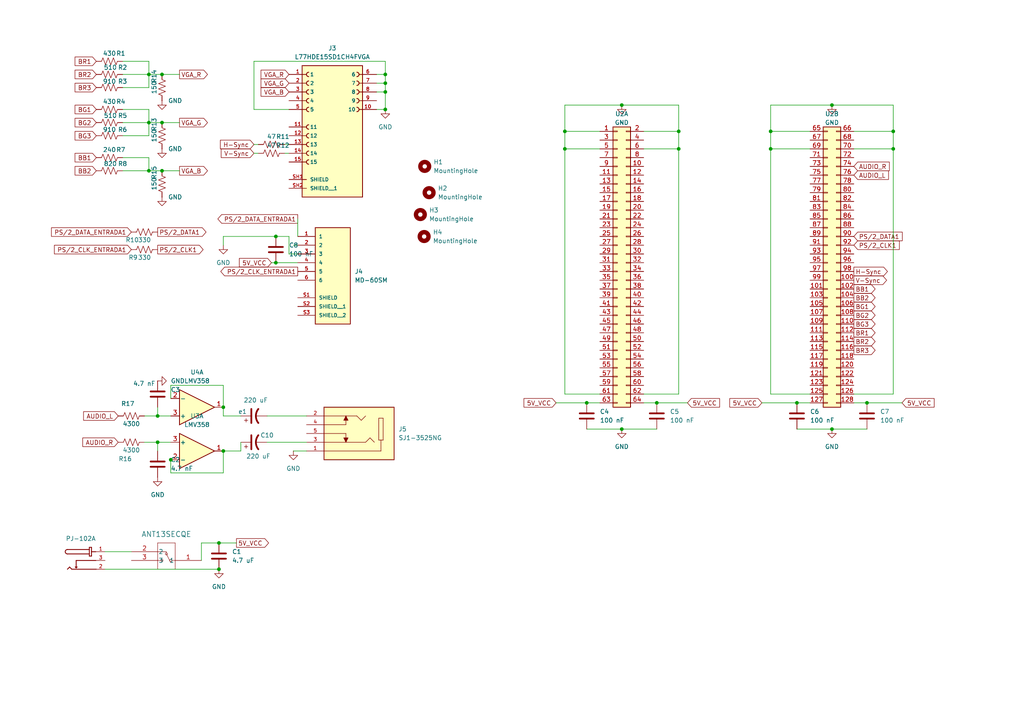
<source format=kicad_sch>
(kicad_sch (version 20231120) (generator "eeschema") (generator_version "8.0")
  (paper "A4")
  (lib_symbols
    (symbol "ANT13SEC1E:ANT13SECQE" (pin_names (offset 0.254))
      (property "Reference" "U" (at 10.16 7.62 0))
      (property "Value" "ANT13SECQE" (at 10.16 5.08 0))
      (symbol "ANT13SECQE_0_1"
        (pin unspecified line (at 0 0 0) (length 7.62) (name "1") (number "1"))
        (pin unspecified line (at 20.32 -2.54 180) (length 7.62) (name "2") (number "2"))
        (pin unspecified line (at 20.32 0 180) (length 7.62) (name "3") (number "3"))
      )
    )
    (symbol "Amplifier_Operational:LMV358" (pin_names (offset 0.127))
      (property "Reference" "U" (at 0 5.08 0))
      (property "Value" "LMV358" (at 0 -5.08 0))
      (symbol "LMV358_1_1"
        (pin output line (at 7.62 0 180) (length 2.54) (name "~") (number "1"))
        (pin input line (at -7.62 -2.54 0) (length 2.54) (name "-") (number "2"))
        (pin input line (at -7.62 2.54 0) (length 2.54) (name "+") (number "3"))
      )
      (symbol "LMV358_2_1"
        (pin input line (at -7.62 2.54 0) (length 2.54) (name "+") (number "5"))
        (pin input line (at -7.62 -2.54 0) (length 2.54) (name "-") (number "6"))
        (pin output line (at 7.62 0 180) (length 2.54) (name "~") (number "7"))
      )
      (symbol "LMV358_3_1"
        (pin power_in line (at -2.54 -7.62 90) (length 3.81) (name "V-") (number "4"))
        (pin power_in line (at -2.54 7.62 270) (length 3.81) (name "V+") (number "8"))
      )
    )
    (symbol "Device:C" (pin_numbers hide) (pin_names (offset 0.254))
      (property "Reference" "C" (at 0.635 2.54 0))
      (property "Value" "C" (at 0.635 -2.54 0))
      (symbol "C_1_1"
        (pin passive line (at 0 3.81 270) (length 2.794) (name "~") (number "1"))
        (pin passive line (at 0 -3.81 90) (length 2.794) (name "~") (number "2"))
      )
    )
    (symbol "Device:C_Polarized_US" (pin_numbers hide) (pin_names (offset 0.254) hide)
      (property "Reference" "C" (at 0.635 2.54 0))
      (property "Value" "C_Polarized_US" (at 0.635 -2.54 0))
      (symbol "C_Polarized_US_1_1"
        (pin passive line (at 0 3.81 270) (length 2.794) (name "~") (number "1"))
        (pin passive line (at 0 -3.81 90) (length 3.302) (name "~") (number "2"))
      )
    )
    (symbol "Device:R_US" (pin_numbers hide) (pin_names (offset 0))
      (property "Reference" "R" (at 2.54 0 90))
      (property "Value" "R_US" (at -2.54 0 90))
      (symbol "R_US_1_1"
        (pin passive line (at 0 3.81 270) (length 1.27) (name "~") (number "1"))
        (pin passive line (at 0 -3.81 90) (length 1.27) (name "~") (number "2"))
      )
    )
    (symbol "L77HDE15SD1CH4FVGA:L77HDE15SD1CH4FVGA" (pin_names (offset 1.016))
      (property "Reference" "J" (at -7.62 18.542 0))
      (property "Value" "L77HDE15SD1CH4FVGA" (at -7.62 -22.86 0))
      (symbol "L77HDE15SD1CH4FVGA_0_0"
        (pin passive line (at -12.7 15.24 0) (length 5.08) (name "1") (number "1"))
        (pin passive line (at 12.7 5.08 180) (length 5.08) (name "10") (number "10"))
        (pin passive line (at -12.7 0 0) (length 5.08) (name "11") (number "11"))
        (pin passive line (at -12.7 -2.54 0) (length 5.08) (name "12") (number "12"))
        (pin passive line (at -12.7 -5.08 0) (length 5.08) (name "13") (number "13"))
        (pin passive line (at -12.7 -7.62 0) (length 5.08) (name "14") (number "14"))
        (pin passive line (at -12.7 -10.16 0) (length 5.08) (name "15") (number "15"))
        (pin passive line (at -12.7 12.7 0) (length 5.08) (name "2") (number "2"))
        (pin passive line (at -12.7 10.16 0) (length 5.08) (name "3") (number "3"))
        (pin passive line (at -12.7 7.62 0) (length 5.08) (name "4") (number "4"))
        (pin passive line (at -12.7 5.08 0) (length 5.08) (name "5") (number "5"))
        (pin passive line (at 12.7 15.24 180) (length 5.08) (name "6") (number "6"))
        (pin passive line (at 12.7 12.7 180) (length 5.08) (name "7") (number "7"))
        (pin passive line (at 12.7 10.16 180) (length 5.08) (name "8") (number "8"))
        (pin passive line (at 12.7 7.62 180) (length 5.08) (name "9") (number "9"))
        (pin passive line (at -12.7 -15.24 0) (length 5.08) (name "SHIELD") (number "SH1"))
        (pin passive line (at -12.7 -17.78 0) (length 5.08) (name "SHIELD__1") (number "SH2"))
      )
    )
    (symbol "MD-60SM:MD-60SM" (pin_names (offset 1.016))
      (property "Reference" "J" (at -5.08 10.922 0))
      (property "Value" "MD-60SM" (at -5.08 -20.32 0))
      (symbol "MD-60SM_0_0"
        (pin passive line (at -10.16 7.62 0) (length 5.08) (name "1") (number "1"))
        (pin passive line (at -10.16 5.08 0) (length 5.08) (name "2") (number "2"))
        (pin passive line (at -10.16 2.54 0) (length 5.08) (name "3") (number "3"))
        (pin passive line (at -10.16 0 0) (length 5.08) (name "4") (number "4"))
        (pin passive line (at -10.16 -2.54 0) (length 5.08) (name "5") (number "5"))
        (pin passive line (at -10.16 -5.08 0) (length 5.08) (name "6") (number "6"))
        (pin passive line (at -10.16 -10.16 0) (length 5.08) (name "SHIELD") (number "S1"))
        (pin passive line (at -10.16 -12.7 0) (length 5.08) (name "SHIELD__1") (number "S2"))
        (pin passive line (at -10.16 -15.24 0) (length 5.08) (name "SHIELD__2") (number "S3"))
      )
    )
    (symbol "Mechanical:MountingHole" (pin_names (offset 1.016)) (exclude_from_sim yes) (in_bom no)
      (property "Reference" "H" (at 0 5.08 0))
      (property "Value" "MountingHole" (at 0 3.175 0))
    )
    (symbol "PJ-102A:PJ-102A" (pin_names (offset 1.016))
      (property "Reference" "J" (at -7.6333 3.0533 0))
      (property "Value" "PJ-102A" (at -7.6363 -10.1817 0))
      (symbol "PJ-102A_0_0"
        (pin power_in line (at 5.08 0 180) (length 2.54) (name "~") (number "1"))
        (pin power_in line (at 5.08 -5.08 180) (length 2.54) (name "~") (number "2"))
        (pin power_in line (at 5.08 -2.54 180) (length 2.54) (name "~") (number "3"))
      )
    )
    (symbol "SJ1-3525NG:SJ1-3525NG" (pin_names (offset 1.016))
      (property "Reference" "J" (at -10.1785 10.1785 0))
      (property "Value" "SJ1-3525NG" (at -10.1717 -12.7146 0))
      (symbol "SJ1-3525NG_0_0"
        (pin passive line (at 15.24 5.08 180) (length 5.08) (name "~") (number "1"))
        (pin passive line (at 15.24 -5.08 180) (length 5.08) (name "~") (number "2"))
        (pin passive line (at 15.24 2.54 180) (length 5.08) (name "~") (number "3"))
        (pin passive line (at 15.24 -2.54 180) (length 5.08) (name "~") (number "4"))
        (pin passive line (at 15.24 0 180) (length 5.08) (name "~") (number "5"))
      )
    )
    (symbol "TCC_LB:PlacaFpgaTri"
      (property "Reference" "U" (at 0 0 0))
      (symbol "PlacaFpgaTri_1_1"
        (pin passive line (at -3.81 -11.43 0) (length 3.81) (name "") (number "1"))
        (pin passive line (at 8.89 -21.59 180) (length 3.81) (name "") (number "10"))
        (pin passive line (at -3.81 -24.13 0) (length 3.81) (name "") (number "11"))
        (pin passive line (at 8.89 -24.13 180) (length 3.81) (name "") (number "12"))
        (pin passive line (at -3.81 -26.67 0) (length 3.81) (name "") (number "13"))
        (pin passive line (at 8.89 -26.67 180) (length 3.81) (name "") (number "14"))
        (pin passive line (at -3.81 -29.21 0) (length 3.81) (name "") (number "15"))
        (pin passive line (at 8.89 -29.21 180) (length 3.81) (name "") (number "16"))
        (pin passive line (at -3.81 -31.75 0) (length 3.81) (name "") (number "17"))
        (pin passive line (at 8.89 -31.75 180) (length 3.81) (name "") (number "18"))
        (pin passive line (at -3.81 -34.29 0) (length 3.81) (name "") (number "19"))
        (pin passive line (at 8.89 -11.43 180) (length 3.81) (name "") (number "2"))
        (pin passive line (at 8.89 -34.29 180) (length 3.81) (name "") (number "20"))
        (pin passive line (at -3.81 -36.83 0) (length 3.81) (name "") (number "21"))
        (pin passive line (at 8.89 -36.83 180) (length 3.81) (name "") (number "22"))
        (pin passive line (at -3.81 -39.37 0) (length 3.81) (name "") (number "23"))
        (pin passive line (at 8.89 -39.37 180) (length 3.81) (name "") (number "24"))
        (pin passive line (at -3.81 -41.91 0) (length 3.81) (name "") (number "25"))
        (pin passive line (at 8.89 -41.91 180) (length 3.81) (name "") (number "26"))
        (pin passive line (at -3.81 -44.45 0) (length 3.81) (name "") (number "27"))
        (pin passive line (at 8.89 -44.45 180) (length 3.81) (name "") (number "28"))
        (pin passive line (at -3.81 -46.99 0) (length 3.81) (name "") (number "29"))
        (pin passive line (at -3.81 -13.97 0) (length 3.81) (name "") (number "3"))
        (pin passive line (at 8.89 -46.99 180) (length 3.81) (name "") (number "30"))
        (pin passive line (at -3.81 -49.53 0) (length 3.81) (name "") (number "31"))
        (pin passive line (at 8.89 -49.53 180) (length 3.81) (name "") (number "32"))
        (pin passive line (at -3.81 -52.07 0) (length 3.81) (name "") (number "33"))
        (pin passive line (at 8.89 -52.07 180) (length 3.81) (name "") (number "34"))
        (pin passive line (at -3.81 -54.61 0) (length 3.81) (name "") (number "35"))
        (pin passive line (at 8.89 -54.61 180) (length 3.81) (name "") (number "36"))
        (pin passive line (at -3.81 -57.15 0) (length 3.81) (name "") (number "37"))
        (pin passive line (at 8.89 -57.15 180) (length 3.81) (name "") (number "38"))
        (pin passive line (at -3.81 -59.69 0) (length 3.81) (name "") (number "39"))
        (pin passive line (at 8.89 -13.97 180) (length 3.81) (name "") (number "4"))
        (pin passive line (at 8.89 -59.69 180) (length 3.81) (name "") (number "40"))
        (pin passive line (at -3.81 -62.23 0) (length 3.81) (name "") (number "41"))
        (pin passive line (at 8.89 -62.23 180) (length 3.81) (name "") (number "42"))
        (pin passive line (at -3.81 -64.77 0) (length 3.81) (name "") (number "43"))
        (pin passive line (at 8.89 -64.77 180) (length 3.81) (name "") (number "44"))
        (pin passive line (at -3.81 -67.31 0) (length 3.81) (name "") (number "45"))
        (pin passive line (at 8.89 -67.31 180) (length 3.81) (name "") (number "46"))
        (pin passive line (at -3.81 -69.85 0) (length 3.81) (name "") (number "47"))
        (pin passive line (at 8.89 -69.85 180) (length 3.81) (name "") (number "48"))
        (pin passive line (at -3.81 -72.39 0) (length 3.81) (name "") (number "49"))
        (pin passive line (at -3.81 -16.51 0) (length 3.81) (name "") (number "5"))
        (pin passive line (at 8.89 -72.39 180) (length 3.81) (name "") (number "50"))
        (pin passive line (at -3.81 -74.93 0) (length 3.81) (name "") (number "51"))
        (pin passive line (at 8.89 -74.93 180) (length 3.81) (name "") (number "52"))
        (pin passive line (at -3.81 -77.47 0) (length 3.81) (name "") (number "53"))
        (pin passive line (at 8.89 -77.47 180) (length 3.81) (name "") (number "54"))
        (pin passive line (at -3.81 -80.01 0) (length 3.81) (name "") (number "55"))
        (pin passive line (at 8.89 -80.01 180) (length 3.81) (name "") (number "56"))
        (pin passive line (at -3.81 -82.55 0) (length 3.81) (name "") (number "57"))
        (pin passive line (at 8.89 -82.55 180) (length 3.81) (name "") (number "58"))
        (pin passive line (at -3.81 -85.09 0) (length 3.81) (name "") (number "59"))
        (pin passive line (at 8.89 -16.51 180) (length 3.81) (name "") (number "6"))
        (pin passive line (at 8.89 -85.09 180) (length 3.81) (name "") (number "60"))
        (pin passive line (at -3.81 -87.63 0) (length 3.81) (name "") (number "61"))
        (pin passive line (at 8.89 -87.63 180) (length 3.81) (name "") (number "62"))
        (pin passive line (at -3.81 -90.17 0) (length 3.81) (name "") (number "63"))
        (pin passive line (at 8.89 -90.17 180) (length 3.81) (name "") (number "64"))
        (pin passive line (at -3.81 -19.05 0) (length 3.81) (name "") (number "7"))
        (pin passive line (at 8.89 -19.05 180) (length 3.81) (name "") (number "8"))
        (pin passive line (at -3.81 -21.59 0) (length 3.81) (name "") (number "9"))
      )
      (symbol "PlacaFpgaTri_2_1"
        (pin passive line (at 52.07 -54.61 180) (length 3.81) (name "") (number "100"))
        (pin passive line (at 39.37 -57.15 0) (length 3.81) (name "") (number "101"))
        (pin passive line (at 52.07 -57.15 180) (length 3.81) (name "") (number "102"))
        (pin passive line (at 39.37 -59.69 0) (length 3.81) (name "") (number "103"))
        (pin passive line (at 52.07 -59.69 180) (length 3.81) (name "") (number "104"))
        (pin passive line (at 39.37 -62.23 0) (length 3.81) (name "") (number "105"))
        (pin passive line (at 52.07 -62.23 180) (length 3.81) (name "") (number "106"))
        (pin passive line (at 39.37 -64.77 0) (length 3.81) (name "") (number "107"))
        (pin passive line (at 52.07 -64.77 180) (length 3.81) (name "") (number "108"))
        (pin passive line (at 39.37 -67.31 0) (length 3.81) (name "") (number "109"))
        (pin passive line (at 52.07 -67.31 180) (length 3.81) (name "") (number "110"))
        (pin passive line (at 39.37 -69.85 0) (length 3.81) (name "") (number "111"))
        (pin passive line (at 52.07 -69.85 180) (length 3.81) (name "") (number "112"))
        (pin passive line (at 39.37 -72.39 0) (length 3.81) (name "") (number "113"))
        (pin passive line (at 52.07 -72.39 180) (length 3.81) (name "") (number "114"))
        (pin passive line (at 39.37 -74.93 0) (length 3.81) (name "") (number "115"))
        (pin passive line (at 52.07 -74.93 180) (length 3.81) (name "") (number "116"))
        (pin passive line (at 39.37 -77.47 0) (length 3.81) (name "") (number "117"))
        (pin passive line (at 52.07 -77.47 180) (length 3.81) (name "") (number "118"))
        (pin passive line (at 39.37 -80.01 0) (length 3.81) (name "") (number "119"))
        (pin passive line (at 52.07 -80.01 180) (length 3.81) (name "") (number "120"))
        (pin passive line (at 39.37 -82.55 0) (length 3.81) (name "") (number "121"))
        (pin passive line (at 52.07 -82.55 180) (length 3.81) (name "") (number "122"))
        (pin passive line (at 39.37 -85.09 0) (length 3.81) (name "") (number "123"))
        (pin passive line (at 52.07 -85.09 180) (length 3.81) (name "") (number "124"))
        (pin passive line (at 39.37 -87.63 0) (length 3.81) (name "") (number "125"))
        (pin passive line (at 52.07 -87.63 180) (length 3.81) (name "") (number "126"))
        (pin passive line (at 39.37 -90.17 0) (length 3.81) (name "") (number "127"))
        (pin passive line (at 52.07 -90.17 180) (length 3.81) (name "") (number "128"))
        (pin passive line (at 39.37 -11.43 0) (length 3.81) (name "") (number "65"))
        (pin passive line (at 52.07 -11.43 180) (length 3.81) (name "") (number "66"))
        (pin passive line (at 39.37 -13.97 0) (length 3.81) (name "") (number "67"))
        (pin passive line (at 52.07 -13.97 180) (length 3.81) (name "") (number "68"))
        (pin passive line (at 39.37 -16.51 0) (length 3.81) (name "") (number "69"))
        (pin passive line (at 52.07 -16.51 180) (length 3.81) (name "") (number "70"))
        (pin passive line (at 39.37 -19.05 0) (length 3.81) (name "") (number "71"))
        (pin passive line (at 52.07 -19.05 180) (length 3.81) (name "") (number "72"))
        (pin passive line (at 39.37 -21.59 0) (length 3.81) (name "") (number "73"))
        (pin passive line (at 52.07 -21.59 180) (length 3.81) (name "") (number "74"))
        (pin passive line (at 39.37 -24.13 0) (length 3.81) (name "") (number "75"))
        (pin passive line (at 52.07 -24.13 180) (length 3.81) (name "") (number "76"))
        (pin passive line (at 39.37 -26.67 0) (length 3.81) (name "") (number "77"))
        (pin passive line (at 52.07 -26.67 180) (length 3.81) (name "") (number "78"))
        (pin passive line (at 39.37 -29.21 0) (length 3.81) (name "") (number "79"))
        (pin passive line (at 52.07 -29.21 180) (length 3.81) (name "") (number "80"))
        (pin passive line (at 39.37 -31.75 0) (length 3.81) (name "") (number "81"))
        (pin passive line (at 52.07 -31.75 180) (length 3.81) (name "") (number "82"))
        (pin passive line (at 39.37 -34.29 0) (length 3.81) (name "") (number "83"))
        (pin passive line (at 52.07 -34.29 180) (length 3.81) (name "") (number "84"))
        (pin passive line (at 39.37 -36.83 0) (length 3.81) (name "") (number "85"))
        (pin passive line (at 52.07 -36.83 180) (length 3.81) (name "") (number "86"))
        (pin passive line (at 39.37 -39.37 0) (length 3.81) (name "") (number "87"))
        (pin passive line (at 52.07 -39.37 180) (length 3.81) (name "") (number "88"))
        (pin passive line (at 39.37 -41.91 0) (length 3.81) (name "") (number "89"))
        (pin passive line (at 52.07 -41.91 180) (length 3.81) (name "") (number "90"))
        (pin passive line (at 39.37 -44.45 0) (length 3.81) (name "") (number "91"))
        (pin passive line (at 52.07 -44.45 180) (length 3.81) (name "") (number "92"))
        (pin passive line (at 39.37 -46.99 0) (length 3.81) (name "") (number "93"))
        (pin passive line (at 52.07 -46.99 180) (length 3.81) (name "") (number "94"))
        (pin passive line (at 39.37 -49.53 0) (length 3.81) (name "") (number "95"))
        (pin passive line (at 52.07 -49.53 180) (length 3.81) (name "") (number "96"))
        (pin passive line (at 39.37 -52.07 0) (length 3.81) (name "") (number "97"))
        (pin passive line (at 52.07 -52.07 180) (length 3.81) (name "") (number "98"))
        (pin passive line (at 39.37 -54.61 0) (length 3.81) (name "") (number "99"))
      )
      (symbol "PlacaFpgaTri_3_1"
        (pin passive line (at 19.05 -8.89 90) (length 3.81) (name "") (number "201"))
        (pin passive line (at 19.05 3.81 270) (length 3.81) (name "") (number "202"))
        (pin passive line (at 21.59 -8.89 90) (length 3.81) (name "") (number "203"))
        (pin passive line (at 21.59 3.81 270) (length 3.81) (name "") (number "204"))
        (pin passive line (at 24.13 -8.89 90) (length 3.81) (name "") (number "205"))
        (pin passive line (at 24.13 3.81 270) (length 3.81) (name "") (number "206"))
        (pin passive line (at 26.67 -8.89 90) (length 3.81) (name "") (number "207"))
        (pin passive line (at 26.67 3.81 270) (length 3.81) (name "") (number "208"))
        (pin passive line (at 29.21 -8.89 90) (length 3.81) (name "") (number "209"))
        (pin passive line (at 29.21 3.81 270) (length 3.81) (name "") (number "210"))
      )
    )
    (symbol "power:GND" (power) (pin_numbers hide) (pin_names (offset 0) hide)
      (property "Value" "GND" (at 0 -3.81 0))
      (symbol "GND_1_1"
        (pin power_in line (at 0 0 270) (length 0) (name "~") (number "1"))
      )
    )
  )
  (junction (at 43.18 21.59))
  (junction (at 43.18 49.53))
  (junction (at 170.18 116.84))
  (junction (at 43.18 35.56))
  (junction (at 111.76 21.59))
  (junction (at 46.99 35.56))
  (junction (at 63.5 157.48))
  (junction (at 180.34 30.48))
  (junction (at 46.99 49.53))
  (junction (at 223.52 38.1))
  (junction (at 64.77 118.11))
  (junction (at 196.85 38.1))
  (junction (at 190.5 116.84))
  (junction (at 259.08 38.1))
  (junction (at 111.76 31.75))
  (junction (at 46.99 21.59))
  (junction (at 45.72 120.65))
  (junction (at 45.72 128.27))
  (junction (at 180.34 124.46))
  (junction (at 163.83 43.18))
  (junction (at 111.76 24.13))
  (junction (at 80.01 76.2))
  (junction (at 196.85 43.18))
  (junction (at 241.3 30.48))
  (junction (at 64.77 130.81))
  (junction (at 241.3 124.46))
  (junction (at 163.83 38.1))
  (junction (at 49.53 133.35))
  (junction (at 80.01 68.58))
  (junction (at 111.76 26.67))
  (junction (at 259.08 43.18))
  (junction (at 251.46 116.84))
  (junction (at 231.14 116.84))
  (junction (at 63.5 165.1))
  (junction (at 223.52 43.18))
  (wire (pts (xy 43.18 31.75) (xy 43.18 35.56)))
  (wire (pts (xy 43.18 35.56) (xy 35.56 35.56)))
  (wire (pts (xy 186.69 114.3) (xy 196.85 114.3)))
  (wire (pts (xy 64.77 120.65) (xy 69.85 120.65)))
  (wire (pts (xy 35.56 25.4) (xy 43.18 25.4)))
  (wire (pts (xy 199.39 116.84) (xy 190.5 116.84)))
  (wire (pts (xy 50.8 133.35) (xy 49.53 133.35)))
  (wire (pts (xy 241.3 124.46) (xy 251.46 124.46)))
  (wire (pts (xy 64.77 118.11) (xy 64.77 120.65)))
  (wire (pts (xy 43.18 39.37) (xy 43.18 35.56)))
  (wire (pts (xy 259.08 114.3) (xy 247.65 114.3)))
  (wire (pts (xy 80.01 76.2) (xy 86.36 76.2)))
  (wire (pts (xy 64.77 137.16) (xy 64.77 130.81)))
  (wire (pts (xy 45.72 128.27) (xy 45.72 130.81)))
  (wire (pts (xy 223.52 43.18) (xy 223.52 114.3)))
  (wire (pts (xy 111.76 24.13) (xy 109.22 24.13)))
  (wire (pts (xy 196.85 43.18) (xy 196.85 38.1)))
  (wire (pts (xy 45.72 120.65) (xy 49.53 120.65)))
  (wire (pts (xy 35.56 31.75) (xy 43.18 31.75)))
  (wire (pts (xy 111.76 26.67) (xy 109.22 26.67)))
  (wire (pts (xy 30.48 165.1) (xy 63.5 165.1)))
  (wire (pts (xy 73.66 41.91) (xy 74.93 41.91)))
  (wire (pts (xy 45.72 118.11) (xy 45.72 120.65)))
  (wire (pts (xy 58.42 162.56) (xy 58.42 157.48)))
  (wire (pts (xy 231.14 116.84) (xy 234.95 116.84)))
  (wire (pts (xy 223.52 43.18) (xy 234.95 43.18)))
  (wire (pts (xy 163.83 30.48) (xy 180.34 30.48)))
  (wire (pts (xy 73.66 44.45) (xy 74.93 44.45)))
  (wire (pts (xy 86.36 73.66) (xy 83.82 73.66)))
  (wire (pts (xy 223.52 38.1) (xy 223.52 30.48)))
  (wire (pts (xy 46.99 21.59) (xy 52.07 21.59)))
  (wire (pts (xy 35.56 45.72) (xy 43.18 45.72)))
  (wire (pts (xy 173.99 114.3) (xy 163.83 114.3)))
  (wire (pts (xy 259.08 30.48) (xy 259.08 38.1)))
  (wire (pts (xy 43.18 49.53) (xy 46.99 49.53)))
  (wire (pts (xy 251.46 116.84) (xy 247.65 116.84)))
  (wire (pts (xy 85.09 71.12) (xy 86.36 71.12)))
  (wire (pts (xy 43.18 35.56) (xy 46.99 35.56)))
  (wire (pts (xy 43.18 21.59) (xy 35.56 21.59)))
  (wire (pts (xy 111.76 31.75) (xy 111.76 26.67)))
  (wire (pts (xy 43.18 25.4) (xy 43.18 21.59)))
  (wire (pts (xy 83.82 31.75) (xy 73.66 31.75)))
  (wire (pts (xy 41.91 120.65) (xy 45.72 120.65)))
  (wire (pts (xy 83.82 68.58) (xy 80.01 68.58)))
  (wire (pts (xy 170.18 116.84) (xy 173.99 116.84)))
  (wire (pts (xy 41.91 128.27) (xy 45.72 128.27)))
  (wire (pts (xy 73.66 31.75) (xy 73.66 17.78)))
  (wire (pts (xy 247.65 43.18) (xy 259.08 43.18)))
  (wire (pts (xy 77.47 120.65) (xy 88.9 120.65)))
  (wire (pts (xy 64.77 68.58) (xy 80.01 68.58)))
  (wire (pts (xy 64.77 130.81) (xy 69.85 130.81)))
  (wire (pts (xy 49.53 115.57) (xy 49.53 111.76)))
  (wire (pts (xy 58.42 157.48) (xy 63.5 157.48)))
  (wire (pts (xy 196.85 30.48) (xy 196.85 38.1)))
  (wire (pts (xy 170.18 124.46) (xy 180.34 124.46)))
  (wire (pts (xy 163.83 38.1) (xy 163.83 30.48)))
  (wire (pts (xy 43.18 17.78) (xy 43.18 21.59)))
  (wire (pts (xy 111.76 21.59) (xy 109.22 21.59)))
  (wire (pts (xy 259.08 43.18) (xy 259.08 114.3)))
  (wire (pts (xy 180.34 30.48) (xy 196.85 30.48)))
  (wire (pts (xy 196.85 114.3) (xy 196.85 43.18)))
  (wire (pts (xy 83.82 73.66) (xy 83.82 68.58)))
  (wire (pts (xy 43.18 49.53) (xy 35.56 49.53)))
  (wire (pts (xy 49.53 133.35) (xy 49.53 137.16)))
  (wire (pts (xy 35.56 17.78) (xy 43.18 17.78)))
  (wire (pts (xy 190.5 116.84) (xy 186.69 116.84)))
  (wire (pts (xy 223.52 38.1) (xy 234.95 38.1)))
  (wire (pts (xy 223.52 30.48) (xy 241.3 30.48)))
  (wire (pts (xy 88.9 130.81) (xy 85.09 130.81)))
  (wire (pts (xy 30.48 160.02) (xy 38.1 160.02)))
  (wire (pts (xy 111.76 21.59) (xy 111.76 24.13)))
  (wire (pts (xy 223.52 38.1) (xy 223.52 43.18)))
  (wire (pts (xy 78.74 76.2) (xy 80.01 76.2)))
  (wire (pts (xy 43.18 21.59) (xy 46.99 21.59)))
  (wire (pts (xy 109.22 31.75) (xy 111.76 31.75)))
  (wire (pts (xy 46.99 35.56) (xy 52.07 35.56)))
  (wire (pts (xy 82.55 44.45) (xy 83.82 44.45)))
  (wire (pts (xy 45.72 128.27) (xy 49.53 128.27)))
  (wire (pts (xy 49.53 111.76) (xy 64.77 111.76)))
  (wire (pts (xy 43.18 45.72) (xy 43.18 49.53)))
  (wire (pts (xy 220.98 116.84) (xy 231.14 116.84)))
  (wire (pts (xy 259.08 38.1) (xy 259.08 43.18)))
  (wire (pts (xy 234.95 114.3) (xy 223.52 114.3)))
  (wire (pts (xy 163.83 43.18) (xy 163.83 38.1)))
  (wire (pts (xy 163.83 38.1) (xy 173.99 38.1)))
  (wire (pts (xy 180.34 124.46) (xy 190.5 124.46)))
  (wire (pts (xy 161.29 116.84) (xy 170.18 116.84)))
  (wire (pts (xy 196.85 43.18) (xy 186.69 43.18)))
  (wire (pts (xy 64.77 68.58) (xy 64.77 71.12)))
  (wire (pts (xy 49.53 137.16) (xy 64.77 137.16)))
  (wire (pts (xy 82.55 41.91) (xy 83.82 41.91)))
  (wire (pts (xy 261.62 116.84) (xy 251.46 116.84)))
  (wire (pts (xy 196.85 38.1) (xy 186.69 38.1)))
  (wire (pts (xy 163.83 114.3) (xy 163.83 43.18)))
  (wire (pts (xy 73.66 17.78) (xy 111.76 17.78)))
  (wire (pts (xy 241.3 30.48) (xy 259.08 30.48)))
  (wire (pts (xy 86.36 63.5) (xy 86.36 68.58)))
  (wire (pts (xy 247.65 38.1) (xy 259.08 38.1)))
  (wire (pts (xy 231.14 124.46) (xy 241.3 124.46)))
  (wire (pts (xy 46.99 49.53) (xy 52.07 49.53)))
  (wire (pts (xy 111.76 17.78) (xy 111.76 21.59)))
  (wire (pts (xy 163.83 43.18) (xy 173.99 43.18)))
  (wire (pts (xy 69.85 130.81) (xy 69.85 128.27)))
  (wire (pts (xy 35.56 39.37) (xy 43.18 39.37)))
  (wire (pts (xy 111.76 24.13) (xy 111.76 26.67)))
  (wire (pts (xy 77.47 128.27) (xy 88.9 128.27)))
  (wire (pts (xy 64.77 111.76) (xy 64.77 118.11)))
  (wire (pts (xy 63.5 157.48) (xy 68.58 157.48)))
  (global_label "VGA_G" (shape output) (at 52.07 35.56 0) (property "Intersheetrefs" "${INTERSHEET_REFS}" (effects (hide yes))))
  (global_label "5V_VCC" (shape input) (at 220.98 116.84 180) (property "Intersheetrefs" "${INTERSHEET_REFS}" (effects (hide yes))))
  (global_label "5V_VCC" (shape input) (at 199.39 116.84 0) (property "Intersheetrefs" "${INTERSHEET_REFS}" (effects (hide yes))))
  (global_label "5V_VCC" (shape output) (at 68.58 157.48 0) (property "Intersheetrefs" "${INTERSHEET_REFS}" (effects (hide yes))))
  (global_label "PS{slash}2_CLK1" (shape input) (at 247.65 71.12 0) (property "Intersheetrefs" "${INTERSHEET_REFS}" (effects (hide yes))))
  (global_label "PS{slash}2_DATA1" (shape output) (at 45.72 67.31 0) (property "Intersheetrefs" "${INTERSHEET_REFS}" (effects (hide yes))))
  (global_label "BR3" (shape output) (at 247.65 101.6 0) (property "Intersheetrefs" "${INTERSHEET_REFS}" (effects (hide yes))))
  (global_label "VGA_B" (shape output) (at 52.07 49.53 0) (property "Intersheetrefs" "${INTERSHEET_REFS}" (effects (hide yes))))
  (global_label "PS{slash}2_DATA_ENTRADA1" (shape input) (at 38.1 67.31 180) (property "Intersheetrefs" "${INTERSHEET_REFS}" (effects (hide yes))))
  (global_label "BB2" (shape input) (at 27.94 49.53 180) (property "Intersheetrefs" "${INTERSHEET_REFS}" (effects (hide yes))))
  (global_label "PS{slash}2_CLK1" (shape output) (at 45.72 72.39 0) (property "Intersheetrefs" "${INTERSHEET_REFS}" (effects (hide yes))))
  (global_label "VGA_G" (shape input) (at 83.82 24.13 180) (property "Intersheetrefs" "${INTERSHEET_REFS}" (effects (hide yes))))
  (global_label "AUDIO_R" (shape input) (at 247.65 48.26 0) (property "Intersheetrefs" "${INTERSHEET_REFS}" (effects (hide yes))))
  (global_label "BB2" (shape output) (at 247.65 86.36 0) (property "Intersheetrefs" "${INTERSHEET_REFS}" (effects (hide yes))))
  (global_label "5V_VCC" (shape input) (at 161.29 116.84 180) (property "Intersheetrefs" "${INTERSHEET_REFS}" (effects (hide yes))))
  (global_label "BR2" (shape output) (at 247.65 99.06 0) (property "Intersheetrefs" "${INTERSHEET_REFS}" (effects (hide yes))))
  (global_label "5V_VCC" (shape input) (at 78.74 76.2 180) (property "Intersheetrefs" "${INTERSHEET_REFS}" (effects (hide yes))))
  (global_label "BG1" (shape output) (at 247.65 88.9 0) (property "Intersheetrefs" "${INTERSHEET_REFS}" (effects (hide yes))))
  (global_label "AUDIO_L" (shape input) (at 34.29 120.65 180) (property "Intersheetrefs" "${INTERSHEET_REFS}" (effects (hide yes))))
  (global_label "V-Sync" (shape input) (at 73.66 44.45 180) (property "Intersheetrefs" "${INTERSHEET_REFS}" (effects (hide yes))))
  (global_label "BR2" (shape input) (at 27.94 21.59 180) (property "Intersheetrefs" "${INTERSHEET_REFS}" (effects (hide yes))))
  (global_label "BB1" (shape input) (at 27.94 45.72 180) (property "Intersheetrefs" "${INTERSHEET_REFS}" (effects (hide yes))))
  (global_label "BG1" (shape input) (at 27.94 31.75 180) (property "Intersheetrefs" "${INTERSHEET_REFS}" (effects (hide yes))))
  (global_label "H-Sync" (shape output) (at 247.65 78.74 0) (property "Intersheetrefs" "${INTERSHEET_REFS}" (effects (hide yes))))
  (global_label "VGA_B" (shape input) (at 83.82 26.67 180) (property "Intersheetrefs" "${INTERSHEET_REFS}" (effects (hide yes))))
  (global_label "VGA_R" (shape output) (at 52.07 21.59 0) (property "Intersheetrefs" "${INTERSHEET_REFS}" (effects (hide yes))))
  (global_label "BR1" (shape input) (at 27.94 17.78 180) (property "Intersheetrefs" "${INTERSHEET_REFS}" (effects (hide yes))))
  (global_label "AUDIO_R" (shape input) (at 34.29 128.27 180) (property "Intersheetrefs" "${INTERSHEET_REFS}" (effects (hide yes))))
  (global_label "BB1" (shape output) (at 247.65 83.82 0) (property "Intersheetrefs" "${INTERSHEET_REFS}" (effects (hide yes))))
  (global_label "BG2" (shape input) (at 27.94 35.56 180) (property "Intersheetrefs" "${INTERSHEET_REFS}" (effects (hide yes))))
  (global_label "5V_VCC" (shape input) (at 261.62 116.84 0) (property "Intersheetrefs" "${INTERSHEET_REFS}" (effects (hide yes))))
  (global_label "V-Sync" (shape output) (at 247.65 81.28 0) (property "Intersheetrefs" "${INTERSHEET_REFS}" (effects (hide yes))))
  (global_label "H-Sync" (shape input) (at 73.66 41.91 180) (property "Intersheetrefs" "${INTERSHEET_REFS}" (effects (hide yes))))
  (global_label "AUDIO_L" (shape input) (at 247.65 50.8 0) (property "Intersheetrefs" "${INTERSHEET_REFS}" (effects (hide yes))))
  (global_label "PS{slash}2_DATA1" (shape input) (at 247.65 68.58 0) (property "Intersheetrefs" "${INTERSHEET_REFS}" (effects (hide yes))))
  (global_label "PS{slash}2_CLK_ENTRADA1" (shape output) (at 86.36 78.74 180) (property "Intersheetrefs" "${INTERSHEET_REFS}" (effects (hide yes))))
  (global_label "BG3" (shape input) (at 27.94 39.37 180) (property "Intersheetrefs" "${INTERSHEET_REFS}" (effects (hide yes))))
  (global_label "PS{slash}2_CLK_ENTRADA1" (shape input) (at 38.1 72.39 180) (property "Intersheetrefs" "${INTERSHEET_REFS}" (effects (hide yes))))
  (global_label "VGA_R" (shape input) (at 83.82 21.59 180) (property "Intersheetrefs" "${INTERSHEET_REFS}" (effects (hide yes))))
  (global_label "BG3" (shape output) (at 247.65 93.98 0) (property "Intersheetrefs" "${INTERSHEET_REFS}" (effects (hide yes))))
  (global_label "BR3" (shape input) (at 27.94 25.4 180) (property "Intersheetrefs" "${INTERSHEET_REFS}" (effects (hide yes))))
  (global_label "BG2" (shape output) (at 247.65 91.44 0) (property "Intersheetrefs" "${INTERSHEET_REFS}" (effects (hide yes))))
  (global_label "BR1" (shape output) (at 247.65 96.52 0) (property "Intersheetrefs" "${INTERSHEET_REFS}" (effects (hide yes))))
  (global_label "PS{slash}2_DATA_ENTRADA1" (shape output) (at 86.36 63.5 180) (property "Intersheetrefs" "${INTERSHEET_REFS}" (effects (hide yes))))
  (symbol (lib_id "Amplifier_Operational:LMV358") (at 57.15 118.11 0) (mirror x) (unit 1)
    (property "Reference" "U4" (at 57.15 107.95 0))
    (property "Value" "LMV358" (at 57.15 110.49 0))
    (property "Datasheet" "http://www.ti.com/lit/ds/symlink/lmv324.pdf" (effects (hide yes)))
    (property "Description" "Dual Low-Voltage Rail-to-Rail Output Operational Amplifiers, SOIC-8/SSOP-8" (effects (hide yes)))
  )
  (symbol (lib_id "Device:R_US") (at 31.75 45.72 270) (unit 1)
    (property "Reference" "R7" (at 35.052 43.434 90))
    (property "Value" "240" (at 31.75 43.434 90))
    (property "Footprint" "Resistor_THT:R_Axial_DIN0207_L6.3mm_D2.5mm_P7.62mm_Horizontal" (effects (hide yes)))
    (property "Description" "Resistor, US symbol" (effects (hide yes)))
  )
  (symbol (lib_id "Device:R_US") (at 78.74 41.91 270) (unit 1)
    (property "Reference" "R11" (at 82.042 39.624 90))
    (property "Value" "47" (at 78.74 39.624 90))
    (property "Footprint" "Resistor_THT:R_Axial_DIN0207_L6.3mm_D2.5mm_P7.62mm_Horizontal" (effects (hide yes)))
    (property "Description" "Resistor, US symbol" (effects (hide yes)))
  )
  (symbol (lib_id "Device:R_US") (at 38.1 120.65 90) (unit 1)
    (property "Reference" "R17" (at 37.084 117.094 90))
    (property "Value" "4300" (at 38.1 122.936 90))
    (property "Footprint" "Resistor_THT:R_Axial_DIN0207_L6.3mm_D2.5mm_P7.62mm_Horizontal" (effects (hide yes)))
    (property "Description" "Resistor, US symbol" (effects (hide yes)))
  )
  (symbol (lib_id "Device:C_Polarized_US") (at 73.66 120.65 90) (unit 1)
    (property "Reference" "e1" (at 70.358 119.38 90))
    (property "Value" "220 uF" (at 74.168 116.078 90))
    (property "Footprint" "Capacitor_THT:CP_Radial_D5.0mm_P2.00mm" (effects (hide yes)))
    (property "Description" "Polarized capacitor, US symbol" (effects (hide yes)))
  )
  (symbol (lib_id "power:GND") (at 111.76 31.75 0) (unit 1)
    (property "Reference" "#PWR06" (effects (hide yes)))
    (property "Value" "GND" (at 111.76 36.83 0))
    (property "Description" "Power symbol creates a global label with name \"GND\" , ground" (effects (hide yes)))
  )
  (symbol (lib_id "power:GND") (at 63.5 165.1 0) (unit 1)
    (property "Reference" "#PWR03" (effects (hide yes)))
    (property "Value" "GND" (at 63.5 170.18 0))
    (property "Description" "Power symbol creates a global label with name \"GND\" , ground" (effects (hide yes)))
  )
  (symbol (lib_id "Device:R_US") (at 31.75 17.78 270) (unit 1)
    (property "Reference" "R1" (at 35.052 15.494 90))
    (property "Value" "430" (at 31.75 15.494 90))
    (property "Footprint" "Resistor_THT:R_Axial_DIN0207_L6.3mm_D2.5mm_P7.62mm_Horizontal" (effects (hide yes)))
    (property "Description" "Resistor, US symbol" (effects (hide yes)))
  )
  (symbol (lib_id "TCC_LB:PlacaFpgaTri") (at 177.8 26.67 0) (unit 1)
    (property "Reference" "U2" (at 180.34 33.02 0))
    (property "Value" "~" (at 180.34 35.56 0))
    (property "Footprint" "Placa:Placa" (effects (hide yes)))
  )
  (symbol (lib_id "Device:C") (at 63.5 161.29 0) (unit 1)
    (property "Reference" "C1" (at 67.31 160.0199 0) (effects (justify left)))
    (property "Value" "4.7 uF" (at 67.31 162.5599 0) (effects (justify left)))
    (property "Footprint" "Capacitor_THT:C_Axial_L3.8mm_D2.6mm_P7.50mm_Horizontal" (effects (hide yes)))
    (property "Description" "Unpolarized capacitor" (effects (hide yes)))
  )
  (symbol (lib_id "Device:R_US") (at 41.91 67.31 90) (unit 1)
    (property "Reference" "R10" (at 38.354 69.596 90))
    (property "Value" "330" (at 41.91 69.596 90))
    (property "Footprint" "Resistor_THT:R_Axial_DIN0207_L6.3mm_D2.5mm_P7.62mm_Horizontal" (effects (hide yes)))
    (property "Description" "Resistor, US symbol" (effects (hide yes)))
  )
  (symbol (lib_id "Device:R_US") (at 41.91 72.39 90) (unit 1)
    (property "Reference" "R9" (at 38.608 74.676 90))
    (property "Value" "330" (at 41.91 74.676 90))
    (property "Footprint" "Resistor_THT:R_Axial_DIN0207_L6.3mm_D2.5mm_P7.62mm_Horizontal" (effects (hide yes)))
    (property "Description" "Resistor, US symbol" (effects (hide yes)))
  )
  (symbol (lib_id "Device:C") (at 251.46 120.65 0) (unit 1)
    (property "Reference" "C7" (at 255.27 119.3799 0) (effects (justify left)))
    (property "Value" "100 nF" (at 255.27 121.9199 0) (effects (justify left)))
    (property "Footprint" "Capacitor_THT:C_Axial_L3.8mm_D2.6mm_P7.50mm_Horizontal" (effects (hide yes)))
    (property "Description" "Unpolarized capacitor" (effects (hide yes)))
  )
  (symbol (lib_id "ANT13SEC1E:ANT13SECQE") (at 58.42 162.56 180) (unit 1)
    (property "Reference" "U1" (effects (hide yes)))
    (property "Value" "ANT13SECQE" (at 48.26 154.94 0) (effects (font (size 1.524 1.524))))
    (property "Footprint" "Footprints_Tcc:ANT13SEC_CRS" (effects (hide yes)))
    (property "Datasheet" "ANT13SECQE" (effects (hide yes)))
  )
  (symbol (lib_id "Device:R_US") (at 31.75 25.4 270) (unit 1)
    (property "Reference" "R3" (at 35.56 23.622 90))
    (property "Value" "910" (at 31.75 23.622 90))
    (property "Footprint" "Resistor_THT:R_Axial_DIN0207_L6.3mm_D2.5mm_P7.62mm_Horizontal" (effects (hide yes)))
    (property "Description" "Resistor, US symbol" (effects (hide yes)))
  )
  (symbol (lib_id "power:GND") (at 180.34 30.48 0) (unit 1)
    (property "Reference" "#PWR04" (effects (hide yes)))
    (property "Value" "GND" (at 180.34 35.56 0))
    (property "Description" "Power symbol creates a global label with name \"GND\" , ground" (effects (hide yes)))
  )
  (symbol (lib_id "Device:R_US") (at 31.75 21.59 270) (unit 1)
    (property "Reference" "R2" (at 35.56 19.558 90))
    (property "Value" "510" (at 32.004 19.558 90))
    (property "Footprint" "Resistor_THT:R_Axial_DIN0207_L6.3mm_D2.5mm_P7.62mm_Horizontal" (effects (hide yes)))
    (property "Description" "Resistor, US symbol" (effects (hide yes)))
  )
  (symbol (lib_id "Device:R_US") (at 31.75 31.75 270) (unit 1)
    (property "Reference" "R4" (at 35.052 29.464 90))
    (property "Value" "430" (at 31.75 29.464 90))
    (property "Footprint" "Resistor_THT:R_Axial_DIN0207_L6.3mm_D2.5mm_P7.62mm_Horizontal" (effects (hide yes)))
    (property "Description" "Resistor, US symbol" (effects (hide yes)))
  )
  (symbol (lib_id "Device:R_US") (at 31.75 49.53 270) (unit 1)
    (property "Reference" "R8" (at 35.56 47.498 90))
    (property "Value" "820" (at 32.004 47.498 90))
    (property "Footprint" "Resistor_THT:R_Axial_DIN0207_L6.3mm_D2.5mm_P7.62mm_Horizontal" (effects (hide yes)))
    (property "Description" "Resistor, US symbol" (effects (hide yes)))
  )
  (symbol (lib_id "power:GND") (at 241.3 30.48 0) (unit 1)
    (property "Reference" "#PWR05" (effects (hide yes)))
    (property "Value" "GND" (at 241.3 35.56 0))
    (property "Description" "Power symbol creates a global label with name \"GND\" , ground" (effects (hide yes)))
  )
  (symbol (lib_id "Device:R_US") (at 46.99 25.4 0) (unit 1)
    (property "Reference" "R14" (at 44.704 22.098 90))
    (property "Value" "150" (at 44.704 25.4 90))
    (property "Footprint" "Resistor_THT:R_Axial_DIN0207_L6.3mm_D2.5mm_P7.62mm_Horizontal" (effects (hide yes)))
    (property "Description" "Resistor, US symbol" (effects (hide yes)))
  )
  (symbol (lib_id "power:GND") (at 46.99 57.15 0) (unit 1)
    (property "Reference" "#PWR010" (effects (hide yes)))
    (property "Value" "GND" (at 50.8 57.15 0))
    (property "Description" "Power symbol creates a global label with name \"GND\" , ground" (effects (hide yes)))
  )
  (symbol (lib_id "power:GND") (at 64.77 71.12 0) (unit 1)
    (property "Reference" "#PWR02" (effects (hide yes)))
    (property "Value" "GND" (at 64.77 76.2 0))
    (property "Description" "Power symbol creates a global label with name \"GND\" , ground" (effects (hide yes)))
  )
  (symbol (lib_id "power:GND") (at 45.72 138.43 0) (unit 1)
    (property "Reference" "#PWR013" (effects (hide yes)))
    (property "Value" "GND" (at 45.72 143.51 0))
    (property "Description" "Power symbol creates a global label with name \"GND\" , ground" (effects (hide yes)))
  )
  (symbol (lib_id "Amplifier_Operational:LMV358") (at 57.15 130.81 0) (unit 1)
    (property "Reference" "U3" (at 57.15 120.65 0))
    (property "Value" "LMV358" (at 57.15 123.19 0))
    (property "Datasheet" "http://www.ti.com/lit/ds/symlink/lmv324.pdf" (effects (hide yes)))
    (property "Description" "Dual Low-Voltage Rail-to-Rail Output Operational Amplifiers, SOIC-8/SSOP-8" (effects (hide yes)))
  )
  (symbol (lib_id "Device:R_US") (at 46.99 39.37 0) (unit 1)
    (property "Reference" "R13" (at 44.704 36.068 90))
    (property "Value" "150" (at 44.704 39.37 90))
    (property "Footprint" "Resistor_THT:R_Axial_DIN0207_L6.3mm_D2.5mm_P7.62mm_Horizontal" (effects (hide yes)))
    (property "Description" "Resistor, US symbol" (effects (hide yes)))
  )
  (symbol (lib_id "L77HDE15SD1CH4FVGA:L77HDE15SD1CH4FVGA") (at 96.52 36.83 0) (unit 1)
    (property "Reference" "J3" (at 96.393 13.97 0))
    (property "Value" "L77HDE15SD1CH4FVGA" (at 96.393 16.51 0))
    (property "Footprint" "Footprints_Tcc:AMPHENOL_L77HDE15SD1CH4FVGA" (effects (hide yes)))
    (property "PARTREV" "1" (effects (hide yes)))
    (property "STANDARD" "Manufacturer Recommendations" (effects (hide yes)))
    (property "MAXIMUM_PACKAGE_HEIGHT" "12.55mm" (effects (hide yes)))
    (property "MANUFACTURER" "Amphenol" (effects (hide yes)))
  )
  (symbol (lib_id "power:GND") (at 180.34 124.46 0) (unit 1)
    (property "Reference" "#PWR01" (effects (hide yes)))
    (property "Value" "GND" (at 180.34 129.54 0))
    (property "Description" "Power symbol creates a global label with name \"GND\" , ground" (effects (hide yes)))
  )
  (symbol (lib_id "Device:C") (at 170.18 120.65 0) (unit 1)
    (property "Reference" "C4" (at 173.99 119.3799 0) (effects (justify left)))
    (property "Value" "100 nF" (at 173.99 121.9199 0) (effects (justify left)))
    (property "Footprint" "Capacitor_THT:C_Axial_L3.8mm_D2.6mm_P7.50mm_Horizontal" (effects (hide yes)))
    (property "Description" "Unpolarized capacitor" (effects (hide yes)))
  )
  (symbol (lib_id "Device:R_US") (at 78.74 44.45 270) (unit 1)
    (property "Reference" "R12" (at 82.042 42.164 90))
    (property "Value" "47" (at 78.74 42.164 90))
    (property "Footprint" "Resistor_THT:R_Axial_DIN0207_L6.3mm_D2.5mm_P7.62mm_Horizontal" (effects (hide yes)))
    (property "Description" "Resistor, US symbol" (effects (hide yes)))
  )
  (symbol (lib_id "Device:C_Polarized_US") (at 73.66 128.27 90) (unit 1)
    (property "Reference" "C10" (at 77.47 126.238 90))
    (property "Value" "220 uF" (at 74.93 132.334 90))
    (property "Footprint" "Capacitor_THT:CP_Radial_D5.0mm_P2.00mm" (effects (hide yes)))
    (property "Description" "Polarized capacitor, US symbol" (effects (hide yes)))
  )
  (symbol (lib_id "Device:R_US") (at 31.75 39.37 270) (unit 1)
    (property "Reference" "R6" (at 35.56 37.592 90))
    (property "Value" "910" (at 31.75 37.592 90))
    (property "Footprint" "Resistor_THT:R_Axial_DIN0207_L6.3mm_D2.5mm_P7.62mm_Horizontal" (effects (hide yes)))
    (property "Description" "Resistor, US symbol" (effects (hide yes)))
  )
  (symbol (lib_id "Mechanical:MountingHole") (at 124.46 55.88 0) (unit 1) (exclude_from_sim yes) (in_bom no)
    (property "Reference" "H2" (at 127 54.6099 0) (effects (justify left)))
    (property "Value" "MountingHole" (at 127 57.1499 0) (effects (justify left)))
    (property "Footprint" "MountingHole:MountingHole_2.2mm_M2" (effects (hide yes)))
    (property "Description" "Mounting Hole without connection" (effects (hide yes)))
  )
  (symbol (lib_id "Device:R_US") (at 38.1 128.27 90) (unit 1)
    (property "Reference" "R16" (at 36.322 133.096 90))
    (property "Value" "4300" (at 38.1 130.556 90))
    (property "Footprint" "Resistor_THT:R_Axial_DIN0207_L6.3mm_D2.5mm_P7.62mm_Horizontal" (effects (hide yes)))
    (property "Description" "Resistor, US symbol" (effects (hide yes)))
  )
  (symbol (lib_id "Mechanical:MountingHole") (at 121.92 62.23 0) (unit 1) (exclude_from_sim yes) (in_bom no)
    (property "Reference" "H3" (at 124.46 60.9599 0) (effects (justify left)))
    (property "Value" "MountingHole" (at 124.46 63.4999 0) (effects (justify left)))
    (property "Footprint" "MountingHole:MountingHole_2.2mm_M2" (effects (hide yes)))
    (property "Description" "Mounting Hole without connection" (effects (hide yes)))
  )
  (symbol (lib_id "Device:R_US") (at 31.75 35.56 270) (unit 1)
    (property "Reference" "R5" (at 35.56 33.528 90))
    (property "Value" "510" (at 32.004 33.528 90))
    (property "Footprint" "Resistor_THT:R_Axial_DIN0207_L6.3mm_D2.5mm_P7.62mm_Horizontal" (effects (hide yes)))
    (property "Description" "Resistor, US symbol" (effects (hide yes)))
  )
  (symbol (lib_id "power:GND") (at 45.72 110.49 90) (unit 1)
    (property "Reference" "#PWR012" (effects (hide yes)))
    (property "Value" "GND" (at 49.53 110.4899 90) (effects (justify right)))
    (property "Description" "Power symbol creates a global label with name \"GND\" , ground" (effects (hide yes)))
  )
  (symbol (lib_id "power:GND") (at 46.99 29.21 0) (unit 1)
    (property "Reference" "#PWR08" (effects (hide yes)))
    (property "Value" "GND" (at 50.8 29.21 0))
    (property "Description" "Power symbol creates a global label with name \"GND\" , ground" (effects (hide yes)))
  )
  (symbol (lib_id "Device:C") (at 45.72 134.62 0) (unit 1)
    (property "Reference" "C2" (at 49.53 133.3499 0) (effects (justify left)))
    (property "Value" "4.7 nF" (at 49.53 135.8899 0) (effects (justify left)))
    (property "Footprint" "Capacitor_THT:C_Axial_L3.8mm_D2.6mm_P7.50mm_Horizontal" (effects (hide yes)))
    (property "Description" "Unpolarized capacitor" (effects (hide yes)))
  )
  (symbol (lib_id "Device:R_US") (at 46.99 53.34 0) (unit 1)
    (property "Reference" "R15" (at 44.704 50.038 90))
    (property "Value" "150" (at 44.704 53.34 90))
    (property "Footprint" "Resistor_THT:R_Axial_DIN0207_L6.3mm_D2.5mm_P7.62mm_Horizontal" (effects (hide yes)))
    (property "Description" "Resistor, US symbol" (effects (hide yes)))
  )
  (symbol (lib_id "Device:C") (at 231.14 120.65 0) (unit 1)
    (property "Reference" "C6" (at 234.95 119.3799 0) (effects (justify left)))
    (property "Value" "100 nF" (at 234.95 121.9199 0) (effects (justify left)))
    (property "Footprint" "Capacitor_THT:C_Axial_L3.8mm_D2.6mm_P7.50mm_Horizontal" (effects (hide yes)))
    (property "Description" "Unpolarized capacitor" (effects (hide yes)))
  )
  (symbol (lib_id "SJ1-3525NG:SJ1-3525NG") (at 104.14 125.73 180) (unit 1)
    (property "Reference" "J5" (at 115.57 124.4599 0) (effects (justify right)))
    (property "Value" "SJ1-3525NG" (at 115.57 126.9999 0) (effects (justify right)))
    (property "Footprint" "p2_jack:CUI_SJ1-3525NG" (effects (hide yes)))
    (property "PARTREV" "1.01" (effects (hide yes)))
    (property "STANDARD" "Manufacturer recommendation" (effects (hide yes)))
    (property "MANUFACTURER" "CUI" (effects (hide yes)))
  )
  (symbol (lib_id "TCC_LB:PlacaFpgaTri") (at 195.58 26.67 0) (unit 2)
    (property "Reference" "U2" (at 241.3 33.02 0))
    (property "Value" "~" (at 241.3 35.56 0))
    (property "Footprint" "Placa:Placa" (effects (hide yes)))
  )
  (symbol (lib_id "Mechanical:MountingHole") (at 123.0202 68.6023 0) (unit 1) (exclude_from_sim yes) (in_bom no)
    (property "Reference" "H4" (at 125.5602 67.3322 0) (effects (justify left)))
    (property "Value" "MountingHole" (at 125.5602 69.8722 0) (effects (justify left)))
    (property "Footprint" "MountingHole:MountingHole_2.2mm_M2" (effects (hide yes)))
    (property "Description" "Mounting Hole without connection" (effects (hide yes)))
  )
  (symbol (lib_id "Device:C") (at 45.72 114.3 0) (unit 1)
    (property "Reference" "C3" (at 49.53 113.0299 0) (effects (justify left)))
    (property "Value" "4.7 nF" (at 38.608 111.252 0) (effects (justify left)))
    (property "Footprint" "Capacitor_THT:C_Axial_L3.8mm_D2.6mm_P7.50mm_Horizontal" (effects (hide yes)))
    (property "Description" "Unpolarized capacitor" (effects (hide yes)))
  )
  (symbol (lib_id "Device:C") (at 190.5 120.65 0) (unit 1)
    (property "Reference" "C5" (at 194.31 119.3799 0) (effects (justify left)))
    (property "Value" "100 nF" (at 194.31 121.9199 0) (effects (justify left)))
    (property "Footprint" "Capacitor_THT:C_Axial_L3.8mm_D2.6mm_P7.50mm_Horizontal" (effects (hide yes)))
    (property "Description" "Unpolarized capacitor" (effects (hide yes)))
  )
  (symbol (lib_id "power:GND") (at 241.3 124.46 0) (unit 1)
    (property "Reference" "#PWR07" (effects (hide yes)))
    (property "Value" "GND" (at 241.3 129.54 0))
    (property "Description" "Power symbol creates a global label with name \"GND\" , ground" (effects (hide yes)))
  )
  (symbol (lib_id "power:GND") (at 46.99 43.18 0) (unit 1)
    (property "Reference" "#PWR09" (effects (hide yes)))
    (property "Value" "GND" (at 50.8 43.18 0))
    (property "Description" "Power symbol creates a global label with name \"GND\" , ground" (effects (hide yes)))
  )
  (symbol (lib_id "MD-60SM:MD-60SM") (at 96.52 76.2 0) (unit 1)
    (property "Reference" "J4" (at 102.87 78.7399 0) (effects (justify left)))
    (property "Value" "MD-60SM" (at 102.87 81.2799 0) (effects (justify left)))
    (property "Footprint" "Footprints_Tcc:CUI_MD-60SM" (effects (hide yes)))
    (property "PARTREV" "02/18/2022" (effects (hide yes)))
    (property "STANDARD" "Manufacturer Recommendations" (effects (hide yes)))
    (property "MAXIMUM_PACKAGE_HEIGHT" "12.8 mm" (effects (hide yes)))
    (property "MANUFACTURER" "CUI" (effects (hide yes)))
  )
  (symbol (lib_id "Mechanical:MountingHole") (at 123.19 48.26 0) (unit 1) (exclude_from_sim yes) (in_bom no)
    (property "Reference" "H1" (at 125.73 46.9899 0) (effects (justify left)))
    (property "Value" "MountingHole" (at 125.73 49.5299 0) (effects (justify left)))
    (property "Footprint" "MountingHole:MountingHole_2.2mm_M2" (effects (hide yes)))
    (property "Description" "Mounting Hole without connection" (effects (hide yes)))
  )
  (symbol (lib_id "PJ-102A:PJ-102A") (at 25.4 160.02 0) (unit 1)
    (property "Reference" "J2" (effects (hide yes)))
    (property "Value" "PJ-102A" (at 23.4329 156.21 0))
    (property "Footprint" "Footprints_Tcc:CUI_PJ-102A" (effects (hide yes)))
    (property "MF" "CUI" (effects (hide yes)))
    (property "DESCRIPTION" "2.0 mm Center Pin%2C 2.5 A%2C Right Angle%2C Through Hole%2C Tapered Pins%2C Dc Power Jack Connector" (effects (hide yes)))
    (property "PACKAGE" "None" (effects (hide yes)))
    (property "PRICE" "0.44 USD" (effects (hide yes)))
    (property "MP" "PJ-102A" (effects (hide yes)))
    (property "AVAILABILITY" "Good" (effects (hide yes)))
    (property "MANUFACTURER" "CUI inc" (effects (hide yes)))
  )
  (symbol (lib_id "power:GND") (at 85.09 130.81 0) (unit 1)
    (property "Reference" "#PWR011" (effects (hide yes)))
    (property "Value" "GND" (at 85.09 135.89 0))
    (property "Description" "Power symbol creates a global label with name \"GND\" , ground" (effects (hide yes)))
  )
  (symbol (lib_id "Device:C") (at 80.01 72.39 0) (unit 1)
    (property "Reference" "C8" (at 83.82 71.1199 0) (effects (justify left)))
    (property "Value" "100 nF" (at 83.82 73.6599 0) (effects (justify left)))
    (property "Footprint" "Capacitor_THT:C_Axial_L3.8mm_D2.6mm_P7.50mm_Horizontal" (effects (hide yes)))
    (property "Description" "Unpolarized capacitor" (effects (hide yes)))
  )
)
</source>
